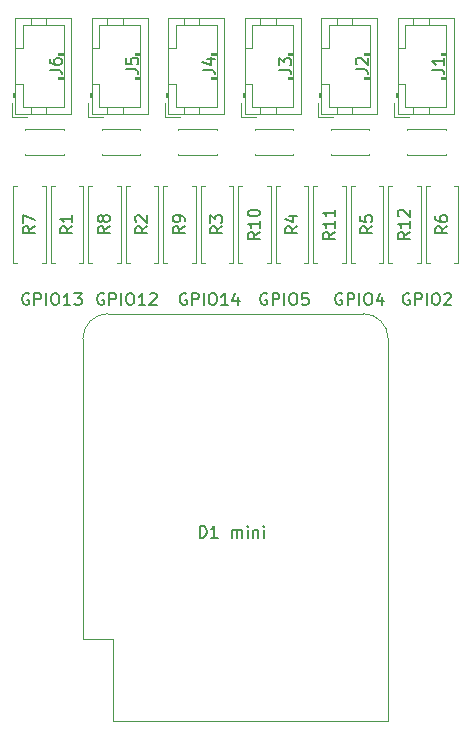
<source format=gbr>
%TF.GenerationSoftware,KiCad,Pcbnew,(5.1.9)-1*%
%TF.CreationDate,2021-04-06T17:35:40-04:00*%
%TF.ProjectId,button_box,62757474-6f6e-45f6-926f-782e6b696361,rev?*%
%TF.SameCoordinates,Original*%
%TF.FileFunction,Legend,Top*%
%TF.FilePolarity,Positive*%
%FSLAX46Y46*%
G04 Gerber Fmt 4.6, Leading zero omitted, Abs format (unit mm)*
G04 Created by KiCad (PCBNEW (5.1.9)-1) date 2021-04-06 17:35:40*
%MOMM*%
%LPD*%
G01*
G04 APERTURE LIST*
%ADD10C,0.150000*%
%ADD11C,0.120000*%
G04 APERTURE END LIST*
D10*
X106632619Y-98575000D02*
X106537380Y-98527380D01*
X106394523Y-98527380D01*
X106251666Y-98575000D01*
X106156428Y-98670238D01*
X106108809Y-98765476D01*
X106061190Y-98955952D01*
X106061190Y-99098809D01*
X106108809Y-99289285D01*
X106156428Y-99384523D01*
X106251666Y-99479761D01*
X106394523Y-99527380D01*
X106489761Y-99527380D01*
X106632619Y-99479761D01*
X106680238Y-99432142D01*
X106680238Y-99098809D01*
X106489761Y-99098809D01*
X107108809Y-99527380D02*
X107108809Y-98527380D01*
X107489761Y-98527380D01*
X107585000Y-98575000D01*
X107632619Y-98622619D01*
X107680238Y-98717857D01*
X107680238Y-98860714D01*
X107632619Y-98955952D01*
X107585000Y-99003571D01*
X107489761Y-99051190D01*
X107108809Y-99051190D01*
X108108809Y-99527380D02*
X108108809Y-98527380D01*
X108775476Y-98527380D02*
X108965952Y-98527380D01*
X109061190Y-98575000D01*
X109156428Y-98670238D01*
X109204047Y-98860714D01*
X109204047Y-99194047D01*
X109156428Y-99384523D01*
X109061190Y-99479761D01*
X108965952Y-99527380D01*
X108775476Y-99527380D01*
X108680238Y-99479761D01*
X108585000Y-99384523D01*
X108537380Y-99194047D01*
X108537380Y-98860714D01*
X108585000Y-98670238D01*
X108680238Y-98575000D01*
X108775476Y-98527380D01*
X110156428Y-99527380D02*
X109585000Y-99527380D01*
X109870714Y-99527380D02*
X109870714Y-98527380D01*
X109775476Y-98670238D01*
X109680238Y-98765476D01*
X109585000Y-98813095D01*
X110489761Y-98527380D02*
X111108809Y-98527380D01*
X110775476Y-98908333D01*
X110918333Y-98908333D01*
X111013571Y-98955952D01*
X111061190Y-99003571D01*
X111108809Y-99098809D01*
X111108809Y-99336904D01*
X111061190Y-99432142D01*
X111013571Y-99479761D01*
X110918333Y-99527380D01*
X110632619Y-99527380D01*
X110537380Y-99479761D01*
X110489761Y-99432142D01*
X112982619Y-98575000D02*
X112887380Y-98527380D01*
X112744523Y-98527380D01*
X112601666Y-98575000D01*
X112506428Y-98670238D01*
X112458809Y-98765476D01*
X112411190Y-98955952D01*
X112411190Y-99098809D01*
X112458809Y-99289285D01*
X112506428Y-99384523D01*
X112601666Y-99479761D01*
X112744523Y-99527380D01*
X112839761Y-99527380D01*
X112982619Y-99479761D01*
X113030238Y-99432142D01*
X113030238Y-99098809D01*
X112839761Y-99098809D01*
X113458809Y-99527380D02*
X113458809Y-98527380D01*
X113839761Y-98527380D01*
X113935000Y-98575000D01*
X113982619Y-98622619D01*
X114030238Y-98717857D01*
X114030238Y-98860714D01*
X113982619Y-98955952D01*
X113935000Y-99003571D01*
X113839761Y-99051190D01*
X113458809Y-99051190D01*
X114458809Y-99527380D02*
X114458809Y-98527380D01*
X115125476Y-98527380D02*
X115315952Y-98527380D01*
X115411190Y-98575000D01*
X115506428Y-98670238D01*
X115554047Y-98860714D01*
X115554047Y-99194047D01*
X115506428Y-99384523D01*
X115411190Y-99479761D01*
X115315952Y-99527380D01*
X115125476Y-99527380D01*
X115030238Y-99479761D01*
X114935000Y-99384523D01*
X114887380Y-99194047D01*
X114887380Y-98860714D01*
X114935000Y-98670238D01*
X115030238Y-98575000D01*
X115125476Y-98527380D01*
X116506428Y-99527380D02*
X115935000Y-99527380D01*
X116220714Y-99527380D02*
X116220714Y-98527380D01*
X116125476Y-98670238D01*
X116030238Y-98765476D01*
X115935000Y-98813095D01*
X116887380Y-98622619D02*
X116935000Y-98575000D01*
X117030238Y-98527380D01*
X117268333Y-98527380D01*
X117363571Y-98575000D01*
X117411190Y-98622619D01*
X117458809Y-98717857D01*
X117458809Y-98813095D01*
X117411190Y-98955952D01*
X116839761Y-99527380D01*
X117458809Y-99527380D01*
X119967619Y-98575000D02*
X119872380Y-98527380D01*
X119729523Y-98527380D01*
X119586666Y-98575000D01*
X119491428Y-98670238D01*
X119443809Y-98765476D01*
X119396190Y-98955952D01*
X119396190Y-99098809D01*
X119443809Y-99289285D01*
X119491428Y-99384523D01*
X119586666Y-99479761D01*
X119729523Y-99527380D01*
X119824761Y-99527380D01*
X119967619Y-99479761D01*
X120015238Y-99432142D01*
X120015238Y-99098809D01*
X119824761Y-99098809D01*
X120443809Y-99527380D02*
X120443809Y-98527380D01*
X120824761Y-98527380D01*
X120920000Y-98575000D01*
X120967619Y-98622619D01*
X121015238Y-98717857D01*
X121015238Y-98860714D01*
X120967619Y-98955952D01*
X120920000Y-99003571D01*
X120824761Y-99051190D01*
X120443809Y-99051190D01*
X121443809Y-99527380D02*
X121443809Y-98527380D01*
X122110476Y-98527380D02*
X122300952Y-98527380D01*
X122396190Y-98575000D01*
X122491428Y-98670238D01*
X122539047Y-98860714D01*
X122539047Y-99194047D01*
X122491428Y-99384523D01*
X122396190Y-99479761D01*
X122300952Y-99527380D01*
X122110476Y-99527380D01*
X122015238Y-99479761D01*
X121920000Y-99384523D01*
X121872380Y-99194047D01*
X121872380Y-98860714D01*
X121920000Y-98670238D01*
X122015238Y-98575000D01*
X122110476Y-98527380D01*
X123491428Y-99527380D02*
X122920000Y-99527380D01*
X123205714Y-99527380D02*
X123205714Y-98527380D01*
X123110476Y-98670238D01*
X123015238Y-98765476D01*
X122920000Y-98813095D01*
X124348571Y-98860714D02*
X124348571Y-99527380D01*
X124110476Y-98479761D02*
X123872380Y-99194047D01*
X124491428Y-99194047D01*
X126793809Y-98575000D02*
X126698571Y-98527380D01*
X126555714Y-98527380D01*
X126412857Y-98575000D01*
X126317619Y-98670238D01*
X126270000Y-98765476D01*
X126222380Y-98955952D01*
X126222380Y-99098809D01*
X126270000Y-99289285D01*
X126317619Y-99384523D01*
X126412857Y-99479761D01*
X126555714Y-99527380D01*
X126650952Y-99527380D01*
X126793809Y-99479761D01*
X126841428Y-99432142D01*
X126841428Y-99098809D01*
X126650952Y-99098809D01*
X127270000Y-99527380D02*
X127270000Y-98527380D01*
X127650952Y-98527380D01*
X127746190Y-98575000D01*
X127793809Y-98622619D01*
X127841428Y-98717857D01*
X127841428Y-98860714D01*
X127793809Y-98955952D01*
X127746190Y-99003571D01*
X127650952Y-99051190D01*
X127270000Y-99051190D01*
X128270000Y-99527380D02*
X128270000Y-98527380D01*
X128936666Y-98527380D02*
X129127142Y-98527380D01*
X129222380Y-98575000D01*
X129317619Y-98670238D01*
X129365238Y-98860714D01*
X129365238Y-99194047D01*
X129317619Y-99384523D01*
X129222380Y-99479761D01*
X129127142Y-99527380D01*
X128936666Y-99527380D01*
X128841428Y-99479761D01*
X128746190Y-99384523D01*
X128698571Y-99194047D01*
X128698571Y-98860714D01*
X128746190Y-98670238D01*
X128841428Y-98575000D01*
X128936666Y-98527380D01*
X130270000Y-98527380D02*
X129793809Y-98527380D01*
X129746190Y-99003571D01*
X129793809Y-98955952D01*
X129889047Y-98908333D01*
X130127142Y-98908333D01*
X130222380Y-98955952D01*
X130270000Y-99003571D01*
X130317619Y-99098809D01*
X130317619Y-99336904D01*
X130270000Y-99432142D01*
X130222380Y-99479761D01*
X130127142Y-99527380D01*
X129889047Y-99527380D01*
X129793809Y-99479761D01*
X129746190Y-99432142D01*
X133143809Y-98575000D02*
X133048571Y-98527380D01*
X132905714Y-98527380D01*
X132762857Y-98575000D01*
X132667619Y-98670238D01*
X132620000Y-98765476D01*
X132572380Y-98955952D01*
X132572380Y-99098809D01*
X132620000Y-99289285D01*
X132667619Y-99384523D01*
X132762857Y-99479761D01*
X132905714Y-99527380D01*
X133000952Y-99527380D01*
X133143809Y-99479761D01*
X133191428Y-99432142D01*
X133191428Y-99098809D01*
X133000952Y-99098809D01*
X133620000Y-99527380D02*
X133620000Y-98527380D01*
X134000952Y-98527380D01*
X134096190Y-98575000D01*
X134143809Y-98622619D01*
X134191428Y-98717857D01*
X134191428Y-98860714D01*
X134143809Y-98955952D01*
X134096190Y-99003571D01*
X134000952Y-99051190D01*
X133620000Y-99051190D01*
X134620000Y-99527380D02*
X134620000Y-98527380D01*
X135286666Y-98527380D02*
X135477142Y-98527380D01*
X135572380Y-98575000D01*
X135667619Y-98670238D01*
X135715238Y-98860714D01*
X135715238Y-99194047D01*
X135667619Y-99384523D01*
X135572380Y-99479761D01*
X135477142Y-99527380D01*
X135286666Y-99527380D01*
X135191428Y-99479761D01*
X135096190Y-99384523D01*
X135048571Y-99194047D01*
X135048571Y-98860714D01*
X135096190Y-98670238D01*
X135191428Y-98575000D01*
X135286666Y-98527380D01*
X136572380Y-98860714D02*
X136572380Y-99527380D01*
X136334285Y-98479761D02*
X136096190Y-99194047D01*
X136715238Y-99194047D01*
X138858809Y-98575000D02*
X138763571Y-98527380D01*
X138620714Y-98527380D01*
X138477857Y-98575000D01*
X138382619Y-98670238D01*
X138335000Y-98765476D01*
X138287380Y-98955952D01*
X138287380Y-99098809D01*
X138335000Y-99289285D01*
X138382619Y-99384523D01*
X138477857Y-99479761D01*
X138620714Y-99527380D01*
X138715952Y-99527380D01*
X138858809Y-99479761D01*
X138906428Y-99432142D01*
X138906428Y-99098809D01*
X138715952Y-99098809D01*
X139335000Y-99527380D02*
X139335000Y-98527380D01*
X139715952Y-98527380D01*
X139811190Y-98575000D01*
X139858809Y-98622619D01*
X139906428Y-98717857D01*
X139906428Y-98860714D01*
X139858809Y-98955952D01*
X139811190Y-99003571D01*
X139715952Y-99051190D01*
X139335000Y-99051190D01*
X140335000Y-99527380D02*
X140335000Y-98527380D01*
X141001666Y-98527380D02*
X141192142Y-98527380D01*
X141287380Y-98575000D01*
X141382619Y-98670238D01*
X141430238Y-98860714D01*
X141430238Y-99194047D01*
X141382619Y-99384523D01*
X141287380Y-99479761D01*
X141192142Y-99527380D01*
X141001666Y-99527380D01*
X140906428Y-99479761D01*
X140811190Y-99384523D01*
X140763571Y-99194047D01*
X140763571Y-98860714D01*
X140811190Y-98670238D01*
X140906428Y-98575000D01*
X141001666Y-98527380D01*
X141811190Y-98622619D02*
X141858809Y-98575000D01*
X141954047Y-98527380D01*
X142192142Y-98527380D01*
X142287380Y-98575000D01*
X142335000Y-98622619D01*
X142382619Y-98717857D01*
X142382619Y-98813095D01*
X142335000Y-98955952D01*
X141763571Y-99527380D01*
X142382619Y-99527380D01*
X121110714Y-119212380D02*
X121110714Y-118212380D01*
X121348809Y-118212380D01*
X121491666Y-118260000D01*
X121586904Y-118355238D01*
X121634523Y-118450476D01*
X121682142Y-118640952D01*
X121682142Y-118783809D01*
X121634523Y-118974285D01*
X121586904Y-119069523D01*
X121491666Y-119164761D01*
X121348809Y-119212380D01*
X121110714Y-119212380D01*
X122634523Y-119212380D02*
X122063095Y-119212380D01*
X122348809Y-119212380D02*
X122348809Y-118212380D01*
X122253571Y-118355238D01*
X122158333Y-118450476D01*
X122063095Y-118498095D01*
X123825000Y-119212380D02*
X123825000Y-118545714D01*
X123825000Y-118640952D02*
X123872619Y-118593333D01*
X123967857Y-118545714D01*
X124110714Y-118545714D01*
X124205952Y-118593333D01*
X124253571Y-118688571D01*
X124253571Y-119212380D01*
X124253571Y-118688571D02*
X124301190Y-118593333D01*
X124396428Y-118545714D01*
X124539285Y-118545714D01*
X124634523Y-118593333D01*
X124682142Y-118688571D01*
X124682142Y-119212380D01*
X125158333Y-119212380D02*
X125158333Y-118545714D01*
X125158333Y-118212380D02*
X125110714Y-118260000D01*
X125158333Y-118307619D01*
X125205952Y-118260000D01*
X125158333Y-118212380D01*
X125158333Y-118307619D01*
X125634523Y-118545714D02*
X125634523Y-119212380D01*
X125634523Y-118640952D02*
X125682142Y-118593333D01*
X125777380Y-118545714D01*
X125920238Y-118545714D01*
X126015476Y-118593333D01*
X126063095Y-118688571D01*
X126063095Y-119212380D01*
X126539285Y-119212380D02*
X126539285Y-118545714D01*
X126539285Y-118212380D02*
X126491666Y-118260000D01*
X126539285Y-118307619D01*
X126586904Y-118260000D01*
X126539285Y-118212380D01*
X126539285Y-118307619D01*
D11*
%TO.C,U1*%
X113750000Y-134720000D02*
X137070000Y-134720000D01*
X111210000Y-127820000D02*
X111210000Y-102390000D01*
X137070000Y-134720000D02*
X137070000Y-102390000D01*
X134950000Y-100260000D02*
X113340000Y-100260000D01*
X111210000Y-127820000D02*
X113750000Y-127820000D01*
X113750000Y-127820000D02*
X113750000Y-134720000D01*
X111210000Y-102390000D02*
G75*
G02*
X113340000Y-100260000I2130000J0D01*
G01*
X134940000Y-100260000D02*
G75*
G02*
X137070000Y-102390000I0J-2130000D01*
G01*
%TO.C,R3*%
X123925000Y-89440000D02*
X123595000Y-89440000D01*
X123925000Y-95980000D02*
X123925000Y-89440000D01*
X123595000Y-95980000D02*
X123925000Y-95980000D01*
X121185000Y-89440000D02*
X121515000Y-89440000D01*
X121185000Y-95980000D02*
X121185000Y-89440000D01*
X121515000Y-95980000D02*
X121185000Y-95980000D01*
%TO.C,C1*%
X106350000Y-84605000D02*
X109590000Y-84605000D01*
X106350000Y-86845000D02*
X109590000Y-86845000D01*
X106350000Y-84605000D02*
X106350000Y-84670000D01*
X106350000Y-86780000D02*
X106350000Y-86845000D01*
X109590000Y-84605000D02*
X109590000Y-84670000D01*
X109590000Y-86780000D02*
X109590000Y-86845000D01*
%TO.C,C2*%
X116059000Y-86780000D02*
X116059000Y-86845000D01*
X116059000Y-84605000D02*
X116059000Y-84670000D01*
X112819000Y-86780000D02*
X112819000Y-86845000D01*
X112819000Y-84605000D02*
X112819000Y-84670000D01*
X112819000Y-86845000D02*
X116059000Y-86845000D01*
X112819000Y-84605000D02*
X116059000Y-84605000D01*
%TO.C,C3*%
X122528000Y-86780000D02*
X122528000Y-86845000D01*
X122528000Y-84605000D02*
X122528000Y-84670000D01*
X119288000Y-86780000D02*
X119288000Y-86845000D01*
X119288000Y-84605000D02*
X119288000Y-84670000D01*
X119288000Y-86845000D02*
X122528000Y-86845000D01*
X119288000Y-84605000D02*
X122528000Y-84605000D01*
%TO.C,C4*%
X125757000Y-84605000D02*
X128997000Y-84605000D01*
X125757000Y-86845000D02*
X128997000Y-86845000D01*
X125757000Y-84605000D02*
X125757000Y-84670000D01*
X125757000Y-86780000D02*
X125757000Y-86845000D01*
X128997000Y-84605000D02*
X128997000Y-84670000D01*
X128997000Y-86780000D02*
X128997000Y-86845000D01*
%TO.C,C5*%
X135466000Y-86780000D02*
X135466000Y-86845000D01*
X135466000Y-84605000D02*
X135466000Y-84670000D01*
X132226000Y-86780000D02*
X132226000Y-86845000D01*
X132226000Y-84605000D02*
X132226000Y-84670000D01*
X132226000Y-86845000D02*
X135466000Y-86845000D01*
X132226000Y-84605000D02*
X135466000Y-84605000D01*
%TO.C,C6*%
X138695000Y-84605000D02*
X141935000Y-84605000D01*
X138695000Y-86845000D02*
X141935000Y-86845000D01*
X138695000Y-84605000D02*
X138695000Y-84670000D01*
X138695000Y-86780000D02*
X138695000Y-86845000D01*
X141935000Y-84605000D02*
X141935000Y-84670000D01*
X141935000Y-86780000D02*
X141935000Y-86845000D01*
%TO.C,J1*%
X137590000Y-83640000D02*
X138840000Y-83640000D01*
X137590000Y-82390000D02*
X137590000Y-83640000D01*
X142000000Y-78280000D02*
X141500000Y-78280000D01*
X141500000Y-78180000D02*
X142000000Y-78180000D01*
X141500000Y-78380000D02*
X141500000Y-78180000D01*
X142000000Y-78380000D02*
X141500000Y-78380000D01*
X142000000Y-80280000D02*
X141500000Y-80280000D01*
X141500000Y-80180000D02*
X142000000Y-80180000D01*
X141500000Y-80380000D02*
X141500000Y-80180000D01*
X142000000Y-80380000D02*
X141500000Y-80380000D01*
X140500000Y-75220000D02*
X140500000Y-75830000D01*
X139200000Y-75220000D02*
X139200000Y-75830000D01*
X140500000Y-83340000D02*
X140500000Y-82730000D01*
X139200000Y-83340000D02*
X139200000Y-82730000D01*
X138500000Y-77780000D02*
X137890000Y-77780000D01*
X138500000Y-75830000D02*
X138500000Y-77780000D01*
X142000000Y-75830000D02*
X138500000Y-75830000D01*
X142000000Y-82730000D02*
X142000000Y-75830000D01*
X138500000Y-82730000D02*
X142000000Y-82730000D01*
X138500000Y-80780000D02*
X138500000Y-82730000D01*
X137890000Y-80780000D02*
X138500000Y-80780000D01*
X137790000Y-81580000D02*
X137790000Y-81880000D01*
X137690000Y-81880000D02*
X137890000Y-81880000D01*
X137690000Y-81580000D02*
X137690000Y-81880000D01*
X137890000Y-81580000D02*
X137690000Y-81580000D01*
X137890000Y-75220000D02*
X137890000Y-83340000D01*
X142610000Y-75220000D02*
X137890000Y-75220000D01*
X142610000Y-83340000D02*
X142610000Y-75220000D01*
X137890000Y-83340000D02*
X142610000Y-83340000D01*
%TO.C,J2*%
X131413000Y-83340000D02*
X136133000Y-83340000D01*
X136133000Y-83340000D02*
X136133000Y-75220000D01*
X136133000Y-75220000D02*
X131413000Y-75220000D01*
X131413000Y-75220000D02*
X131413000Y-83340000D01*
X131413000Y-81580000D02*
X131213000Y-81580000D01*
X131213000Y-81580000D02*
X131213000Y-81880000D01*
X131213000Y-81880000D02*
X131413000Y-81880000D01*
X131313000Y-81580000D02*
X131313000Y-81880000D01*
X131413000Y-80780000D02*
X132023000Y-80780000D01*
X132023000Y-80780000D02*
X132023000Y-82730000D01*
X132023000Y-82730000D02*
X135523000Y-82730000D01*
X135523000Y-82730000D02*
X135523000Y-75830000D01*
X135523000Y-75830000D02*
X132023000Y-75830000D01*
X132023000Y-75830000D02*
X132023000Y-77780000D01*
X132023000Y-77780000D02*
X131413000Y-77780000D01*
X132723000Y-83340000D02*
X132723000Y-82730000D01*
X134023000Y-83340000D02*
X134023000Y-82730000D01*
X132723000Y-75220000D02*
X132723000Y-75830000D01*
X134023000Y-75220000D02*
X134023000Y-75830000D01*
X135523000Y-80380000D02*
X135023000Y-80380000D01*
X135023000Y-80380000D02*
X135023000Y-80180000D01*
X135023000Y-80180000D02*
X135523000Y-80180000D01*
X135523000Y-80280000D02*
X135023000Y-80280000D01*
X135523000Y-78380000D02*
X135023000Y-78380000D01*
X135023000Y-78380000D02*
X135023000Y-78180000D01*
X135023000Y-78180000D02*
X135523000Y-78180000D01*
X135523000Y-78280000D02*
X135023000Y-78280000D01*
X131113000Y-82390000D02*
X131113000Y-83640000D01*
X131113000Y-83640000D02*
X132363000Y-83640000D01*
%TO.C,J3*%
X124636000Y-83640000D02*
X125886000Y-83640000D01*
X124636000Y-82390000D02*
X124636000Y-83640000D01*
X129046000Y-78280000D02*
X128546000Y-78280000D01*
X128546000Y-78180000D02*
X129046000Y-78180000D01*
X128546000Y-78380000D02*
X128546000Y-78180000D01*
X129046000Y-78380000D02*
X128546000Y-78380000D01*
X129046000Y-80280000D02*
X128546000Y-80280000D01*
X128546000Y-80180000D02*
X129046000Y-80180000D01*
X128546000Y-80380000D02*
X128546000Y-80180000D01*
X129046000Y-80380000D02*
X128546000Y-80380000D01*
X127546000Y-75220000D02*
X127546000Y-75830000D01*
X126246000Y-75220000D02*
X126246000Y-75830000D01*
X127546000Y-83340000D02*
X127546000Y-82730000D01*
X126246000Y-83340000D02*
X126246000Y-82730000D01*
X125546000Y-77780000D02*
X124936000Y-77780000D01*
X125546000Y-75830000D02*
X125546000Y-77780000D01*
X129046000Y-75830000D02*
X125546000Y-75830000D01*
X129046000Y-82730000D02*
X129046000Y-75830000D01*
X125546000Y-82730000D02*
X129046000Y-82730000D01*
X125546000Y-80780000D02*
X125546000Y-82730000D01*
X124936000Y-80780000D02*
X125546000Y-80780000D01*
X124836000Y-81580000D02*
X124836000Y-81880000D01*
X124736000Y-81880000D02*
X124936000Y-81880000D01*
X124736000Y-81580000D02*
X124736000Y-81880000D01*
X124936000Y-81580000D02*
X124736000Y-81580000D01*
X124936000Y-75220000D02*
X124936000Y-83340000D01*
X129656000Y-75220000D02*
X124936000Y-75220000D01*
X129656000Y-83340000D02*
X129656000Y-75220000D01*
X124936000Y-83340000D02*
X129656000Y-83340000D01*
%TO.C,J4*%
X118459000Y-83340000D02*
X123179000Y-83340000D01*
X123179000Y-83340000D02*
X123179000Y-75220000D01*
X123179000Y-75220000D02*
X118459000Y-75220000D01*
X118459000Y-75220000D02*
X118459000Y-83340000D01*
X118459000Y-81580000D02*
X118259000Y-81580000D01*
X118259000Y-81580000D02*
X118259000Y-81880000D01*
X118259000Y-81880000D02*
X118459000Y-81880000D01*
X118359000Y-81580000D02*
X118359000Y-81880000D01*
X118459000Y-80780000D02*
X119069000Y-80780000D01*
X119069000Y-80780000D02*
X119069000Y-82730000D01*
X119069000Y-82730000D02*
X122569000Y-82730000D01*
X122569000Y-82730000D02*
X122569000Y-75830000D01*
X122569000Y-75830000D02*
X119069000Y-75830000D01*
X119069000Y-75830000D02*
X119069000Y-77780000D01*
X119069000Y-77780000D02*
X118459000Y-77780000D01*
X119769000Y-83340000D02*
X119769000Y-82730000D01*
X121069000Y-83340000D02*
X121069000Y-82730000D01*
X119769000Y-75220000D02*
X119769000Y-75830000D01*
X121069000Y-75220000D02*
X121069000Y-75830000D01*
X122569000Y-80380000D02*
X122069000Y-80380000D01*
X122069000Y-80380000D02*
X122069000Y-80180000D01*
X122069000Y-80180000D02*
X122569000Y-80180000D01*
X122569000Y-80280000D02*
X122069000Y-80280000D01*
X122569000Y-78380000D02*
X122069000Y-78380000D01*
X122069000Y-78380000D02*
X122069000Y-78180000D01*
X122069000Y-78180000D02*
X122569000Y-78180000D01*
X122569000Y-78280000D02*
X122069000Y-78280000D01*
X118159000Y-82390000D02*
X118159000Y-83640000D01*
X118159000Y-83640000D02*
X119409000Y-83640000D01*
%TO.C,J5*%
X111682000Y-83640000D02*
X112932000Y-83640000D01*
X111682000Y-82390000D02*
X111682000Y-83640000D01*
X116092000Y-78280000D02*
X115592000Y-78280000D01*
X115592000Y-78180000D02*
X116092000Y-78180000D01*
X115592000Y-78380000D02*
X115592000Y-78180000D01*
X116092000Y-78380000D02*
X115592000Y-78380000D01*
X116092000Y-80280000D02*
X115592000Y-80280000D01*
X115592000Y-80180000D02*
X116092000Y-80180000D01*
X115592000Y-80380000D02*
X115592000Y-80180000D01*
X116092000Y-80380000D02*
X115592000Y-80380000D01*
X114592000Y-75220000D02*
X114592000Y-75830000D01*
X113292000Y-75220000D02*
X113292000Y-75830000D01*
X114592000Y-83340000D02*
X114592000Y-82730000D01*
X113292000Y-83340000D02*
X113292000Y-82730000D01*
X112592000Y-77780000D02*
X111982000Y-77780000D01*
X112592000Y-75830000D02*
X112592000Y-77780000D01*
X116092000Y-75830000D02*
X112592000Y-75830000D01*
X116092000Y-82730000D02*
X116092000Y-75830000D01*
X112592000Y-82730000D02*
X116092000Y-82730000D01*
X112592000Y-80780000D02*
X112592000Y-82730000D01*
X111982000Y-80780000D02*
X112592000Y-80780000D01*
X111882000Y-81580000D02*
X111882000Y-81880000D01*
X111782000Y-81880000D02*
X111982000Y-81880000D01*
X111782000Y-81580000D02*
X111782000Y-81880000D01*
X111982000Y-81580000D02*
X111782000Y-81580000D01*
X111982000Y-75220000D02*
X111982000Y-83340000D01*
X116702000Y-75220000D02*
X111982000Y-75220000D01*
X116702000Y-83340000D02*
X116702000Y-75220000D01*
X111982000Y-83340000D02*
X116702000Y-83340000D01*
%TO.C,J6*%
X105505000Y-83340000D02*
X110225000Y-83340000D01*
X110225000Y-83340000D02*
X110225000Y-75220000D01*
X110225000Y-75220000D02*
X105505000Y-75220000D01*
X105505000Y-75220000D02*
X105505000Y-83340000D01*
X105505000Y-81580000D02*
X105305000Y-81580000D01*
X105305000Y-81580000D02*
X105305000Y-81880000D01*
X105305000Y-81880000D02*
X105505000Y-81880000D01*
X105405000Y-81580000D02*
X105405000Y-81880000D01*
X105505000Y-80780000D02*
X106115000Y-80780000D01*
X106115000Y-80780000D02*
X106115000Y-82730000D01*
X106115000Y-82730000D02*
X109615000Y-82730000D01*
X109615000Y-82730000D02*
X109615000Y-75830000D01*
X109615000Y-75830000D02*
X106115000Y-75830000D01*
X106115000Y-75830000D02*
X106115000Y-77780000D01*
X106115000Y-77780000D02*
X105505000Y-77780000D01*
X106815000Y-83340000D02*
X106815000Y-82730000D01*
X108115000Y-83340000D02*
X108115000Y-82730000D01*
X106815000Y-75220000D02*
X106815000Y-75830000D01*
X108115000Y-75220000D02*
X108115000Y-75830000D01*
X109615000Y-80380000D02*
X109115000Y-80380000D01*
X109115000Y-80380000D02*
X109115000Y-80180000D01*
X109115000Y-80180000D02*
X109615000Y-80180000D01*
X109615000Y-80280000D02*
X109115000Y-80280000D01*
X109615000Y-78380000D02*
X109115000Y-78380000D01*
X109115000Y-78380000D02*
X109115000Y-78180000D01*
X109115000Y-78180000D02*
X109615000Y-78180000D01*
X109615000Y-78280000D02*
X109115000Y-78280000D01*
X105205000Y-82390000D02*
X105205000Y-83640000D01*
X105205000Y-83640000D02*
X106455000Y-83640000D01*
%TO.C,R1*%
X111225000Y-89440000D02*
X110895000Y-89440000D01*
X111225000Y-95980000D02*
X111225000Y-89440000D01*
X110895000Y-95980000D02*
X111225000Y-95980000D01*
X108485000Y-89440000D02*
X108815000Y-89440000D01*
X108485000Y-95980000D02*
X108485000Y-89440000D01*
X108815000Y-95980000D02*
X108485000Y-95980000D01*
%TO.C,R2*%
X115165000Y-95980000D02*
X114835000Y-95980000D01*
X114835000Y-95980000D02*
X114835000Y-89440000D01*
X114835000Y-89440000D02*
X115165000Y-89440000D01*
X117245000Y-95980000D02*
X117575000Y-95980000D01*
X117575000Y-95980000D02*
X117575000Y-89440000D01*
X117575000Y-89440000D02*
X117245000Y-89440000D01*
%TO.C,R4*%
X127865000Y-95980000D02*
X127535000Y-95980000D01*
X127535000Y-95980000D02*
X127535000Y-89440000D01*
X127535000Y-89440000D02*
X127865000Y-89440000D01*
X129945000Y-95980000D02*
X130275000Y-95980000D01*
X130275000Y-95980000D02*
X130275000Y-89440000D01*
X130275000Y-89440000D02*
X129945000Y-89440000D01*
%TO.C,R5*%
X136625000Y-89440000D02*
X136295000Y-89440000D01*
X136625000Y-95980000D02*
X136625000Y-89440000D01*
X136295000Y-95980000D02*
X136625000Y-95980000D01*
X133885000Y-89440000D02*
X134215000Y-89440000D01*
X133885000Y-95980000D02*
X133885000Y-89440000D01*
X134215000Y-95980000D02*
X133885000Y-95980000D01*
%TO.C,R6*%
X140565000Y-95980000D02*
X140235000Y-95980000D01*
X140235000Y-95980000D02*
X140235000Y-89440000D01*
X140235000Y-89440000D02*
X140565000Y-89440000D01*
X142645000Y-95980000D02*
X142975000Y-95980000D01*
X142975000Y-95980000D02*
X142975000Y-89440000D01*
X142975000Y-89440000D02*
X142645000Y-89440000D01*
%TO.C,R7*%
X105310000Y-95980000D02*
X105640000Y-95980000D01*
X105310000Y-89440000D02*
X105310000Y-95980000D01*
X105640000Y-89440000D02*
X105310000Y-89440000D01*
X108050000Y-95980000D02*
X107720000Y-95980000D01*
X108050000Y-89440000D02*
X108050000Y-95980000D01*
X107720000Y-89440000D02*
X108050000Y-89440000D01*
%TO.C,R8*%
X114070000Y-89440000D02*
X114400000Y-89440000D01*
X114400000Y-89440000D02*
X114400000Y-95980000D01*
X114400000Y-95980000D02*
X114070000Y-95980000D01*
X111990000Y-89440000D02*
X111660000Y-89440000D01*
X111660000Y-89440000D02*
X111660000Y-95980000D01*
X111660000Y-95980000D02*
X111990000Y-95980000D01*
%TO.C,R9*%
X118010000Y-95980000D02*
X118340000Y-95980000D01*
X118010000Y-89440000D02*
X118010000Y-95980000D01*
X118340000Y-89440000D02*
X118010000Y-89440000D01*
X120750000Y-95980000D02*
X120420000Y-95980000D01*
X120750000Y-89440000D02*
X120750000Y-95980000D01*
X120420000Y-89440000D02*
X120750000Y-89440000D01*
%TO.C,R10*%
X126770000Y-89440000D02*
X127100000Y-89440000D01*
X127100000Y-89440000D02*
X127100000Y-95980000D01*
X127100000Y-95980000D02*
X126770000Y-95980000D01*
X124690000Y-89440000D02*
X124360000Y-89440000D01*
X124360000Y-89440000D02*
X124360000Y-95980000D01*
X124360000Y-95980000D02*
X124690000Y-95980000D01*
%TO.C,R11*%
X130710000Y-95980000D02*
X131040000Y-95980000D01*
X130710000Y-89440000D02*
X130710000Y-95980000D01*
X131040000Y-89440000D02*
X130710000Y-89440000D01*
X133450000Y-95980000D02*
X133120000Y-95980000D01*
X133450000Y-89440000D02*
X133450000Y-95980000D01*
X133120000Y-89440000D02*
X133450000Y-89440000D01*
%TO.C,R12*%
X139470000Y-89440000D02*
X139800000Y-89440000D01*
X139800000Y-89440000D02*
X139800000Y-95980000D01*
X139800000Y-95980000D02*
X139470000Y-95980000D01*
X137390000Y-89440000D02*
X137060000Y-89440000D01*
X137060000Y-89440000D02*
X137060000Y-95980000D01*
X137060000Y-95980000D02*
X137390000Y-95980000D01*
%TO.C,R3*%
D10*
X123007380Y-92876666D02*
X122531190Y-93210000D01*
X123007380Y-93448095D02*
X122007380Y-93448095D01*
X122007380Y-93067142D01*
X122055000Y-92971904D01*
X122102619Y-92924285D01*
X122197857Y-92876666D01*
X122340714Y-92876666D01*
X122435952Y-92924285D01*
X122483571Y-92971904D01*
X122531190Y-93067142D01*
X122531190Y-93448095D01*
X122007380Y-92543333D02*
X122007380Y-91924285D01*
X122388333Y-92257619D01*
X122388333Y-92114761D01*
X122435952Y-92019523D01*
X122483571Y-91971904D01*
X122578809Y-91924285D01*
X122816904Y-91924285D01*
X122912142Y-91971904D01*
X122959761Y-92019523D01*
X123007380Y-92114761D01*
X123007380Y-92400476D01*
X122959761Y-92495714D01*
X122912142Y-92543333D01*
%TO.C,J1*%
X140803380Y-79613333D02*
X141517666Y-79613333D01*
X141660523Y-79660952D01*
X141755761Y-79756190D01*
X141803380Y-79899047D01*
X141803380Y-79994285D01*
X141803380Y-78613333D02*
X141803380Y-79184761D01*
X141803380Y-78899047D02*
X140803380Y-78899047D01*
X140946238Y-78994285D01*
X141041476Y-79089523D01*
X141089095Y-79184761D01*
%TO.C,J2*%
X134326380Y-79581333D02*
X135040666Y-79581333D01*
X135183523Y-79628952D01*
X135278761Y-79724190D01*
X135326380Y-79867047D01*
X135326380Y-79962285D01*
X134421619Y-79152761D02*
X134374000Y-79105142D01*
X134326380Y-79009904D01*
X134326380Y-78771809D01*
X134374000Y-78676571D01*
X134421619Y-78628952D01*
X134516857Y-78581333D01*
X134612095Y-78581333D01*
X134754952Y-78628952D01*
X135326380Y-79200380D01*
X135326380Y-78581333D01*
%TO.C,J3*%
X127849380Y-79613333D02*
X128563666Y-79613333D01*
X128706523Y-79660952D01*
X128801761Y-79756190D01*
X128849380Y-79899047D01*
X128849380Y-79994285D01*
X127849380Y-79232380D02*
X127849380Y-78613333D01*
X128230333Y-78946666D01*
X128230333Y-78803809D01*
X128277952Y-78708571D01*
X128325571Y-78660952D01*
X128420809Y-78613333D01*
X128658904Y-78613333D01*
X128754142Y-78660952D01*
X128801761Y-78708571D01*
X128849380Y-78803809D01*
X128849380Y-79089523D01*
X128801761Y-79184761D01*
X128754142Y-79232380D01*
%TO.C,J4*%
X121372380Y-79613333D02*
X122086666Y-79613333D01*
X122229523Y-79660952D01*
X122324761Y-79756190D01*
X122372380Y-79899047D01*
X122372380Y-79994285D01*
X121705714Y-78708571D02*
X122372380Y-78708571D01*
X121324761Y-78946666D02*
X122039047Y-79184761D01*
X122039047Y-78565714D01*
%TO.C,J5*%
X114895380Y-79581333D02*
X115609666Y-79581333D01*
X115752523Y-79628952D01*
X115847761Y-79724190D01*
X115895380Y-79867047D01*
X115895380Y-79962285D01*
X114895380Y-78628952D02*
X114895380Y-79105142D01*
X115371571Y-79152761D01*
X115323952Y-79105142D01*
X115276333Y-79009904D01*
X115276333Y-78771809D01*
X115323952Y-78676571D01*
X115371571Y-78628952D01*
X115466809Y-78581333D01*
X115704904Y-78581333D01*
X115800142Y-78628952D01*
X115847761Y-78676571D01*
X115895380Y-78771809D01*
X115895380Y-79009904D01*
X115847761Y-79105142D01*
X115800142Y-79152761D01*
%TO.C,J6*%
X108418380Y-79613333D02*
X109132666Y-79613333D01*
X109275523Y-79660952D01*
X109370761Y-79756190D01*
X109418380Y-79899047D01*
X109418380Y-79994285D01*
X108418380Y-78708571D02*
X108418380Y-78899047D01*
X108466000Y-78994285D01*
X108513619Y-79041904D01*
X108656476Y-79137142D01*
X108846952Y-79184761D01*
X109227904Y-79184761D01*
X109323142Y-79137142D01*
X109370761Y-79089523D01*
X109418380Y-78994285D01*
X109418380Y-78803809D01*
X109370761Y-78708571D01*
X109323142Y-78660952D01*
X109227904Y-78613333D01*
X108989809Y-78613333D01*
X108894571Y-78660952D01*
X108846952Y-78708571D01*
X108799333Y-78803809D01*
X108799333Y-78994285D01*
X108846952Y-79089523D01*
X108894571Y-79137142D01*
X108989809Y-79184761D01*
%TO.C,R1*%
X110307380Y-92876666D02*
X109831190Y-93210000D01*
X110307380Y-93448095D02*
X109307380Y-93448095D01*
X109307380Y-93067142D01*
X109355000Y-92971904D01*
X109402619Y-92924285D01*
X109497857Y-92876666D01*
X109640714Y-92876666D01*
X109735952Y-92924285D01*
X109783571Y-92971904D01*
X109831190Y-93067142D01*
X109831190Y-93448095D01*
X110307380Y-91924285D02*
X110307380Y-92495714D01*
X110307380Y-92210000D02*
X109307380Y-92210000D01*
X109450238Y-92305238D01*
X109545476Y-92400476D01*
X109593095Y-92495714D01*
%TO.C,R2*%
X116657380Y-92876666D02*
X116181190Y-93210000D01*
X116657380Y-93448095D02*
X115657380Y-93448095D01*
X115657380Y-93067142D01*
X115705000Y-92971904D01*
X115752619Y-92924285D01*
X115847857Y-92876666D01*
X115990714Y-92876666D01*
X116085952Y-92924285D01*
X116133571Y-92971904D01*
X116181190Y-93067142D01*
X116181190Y-93448095D01*
X115752619Y-92495714D02*
X115705000Y-92448095D01*
X115657380Y-92352857D01*
X115657380Y-92114761D01*
X115705000Y-92019523D01*
X115752619Y-91971904D01*
X115847857Y-91924285D01*
X115943095Y-91924285D01*
X116085952Y-91971904D01*
X116657380Y-92543333D01*
X116657380Y-91924285D01*
%TO.C,R4*%
X129357380Y-92876666D02*
X128881190Y-93210000D01*
X129357380Y-93448095D02*
X128357380Y-93448095D01*
X128357380Y-93067142D01*
X128405000Y-92971904D01*
X128452619Y-92924285D01*
X128547857Y-92876666D01*
X128690714Y-92876666D01*
X128785952Y-92924285D01*
X128833571Y-92971904D01*
X128881190Y-93067142D01*
X128881190Y-93448095D01*
X128690714Y-92019523D02*
X129357380Y-92019523D01*
X128309761Y-92257619D02*
X129024047Y-92495714D01*
X129024047Y-91876666D01*
%TO.C,R5*%
X135707380Y-92876666D02*
X135231190Y-93210000D01*
X135707380Y-93448095D02*
X134707380Y-93448095D01*
X134707380Y-93067142D01*
X134755000Y-92971904D01*
X134802619Y-92924285D01*
X134897857Y-92876666D01*
X135040714Y-92876666D01*
X135135952Y-92924285D01*
X135183571Y-92971904D01*
X135231190Y-93067142D01*
X135231190Y-93448095D01*
X134707380Y-91971904D02*
X134707380Y-92448095D01*
X135183571Y-92495714D01*
X135135952Y-92448095D01*
X135088333Y-92352857D01*
X135088333Y-92114761D01*
X135135952Y-92019523D01*
X135183571Y-91971904D01*
X135278809Y-91924285D01*
X135516904Y-91924285D01*
X135612142Y-91971904D01*
X135659761Y-92019523D01*
X135707380Y-92114761D01*
X135707380Y-92352857D01*
X135659761Y-92448095D01*
X135612142Y-92495714D01*
%TO.C,R6*%
X142057380Y-92876666D02*
X141581190Y-93210000D01*
X142057380Y-93448095D02*
X141057380Y-93448095D01*
X141057380Y-93067142D01*
X141105000Y-92971904D01*
X141152619Y-92924285D01*
X141247857Y-92876666D01*
X141390714Y-92876666D01*
X141485952Y-92924285D01*
X141533571Y-92971904D01*
X141581190Y-93067142D01*
X141581190Y-93448095D01*
X141057380Y-92019523D02*
X141057380Y-92210000D01*
X141105000Y-92305238D01*
X141152619Y-92352857D01*
X141295476Y-92448095D01*
X141485952Y-92495714D01*
X141866904Y-92495714D01*
X141962142Y-92448095D01*
X142009761Y-92400476D01*
X142057380Y-92305238D01*
X142057380Y-92114761D01*
X142009761Y-92019523D01*
X141962142Y-91971904D01*
X141866904Y-91924285D01*
X141628809Y-91924285D01*
X141533571Y-91971904D01*
X141485952Y-92019523D01*
X141438333Y-92114761D01*
X141438333Y-92305238D01*
X141485952Y-92400476D01*
X141533571Y-92448095D01*
X141628809Y-92495714D01*
%TO.C,R7*%
X107132380Y-92876666D02*
X106656190Y-93210000D01*
X107132380Y-93448095D02*
X106132380Y-93448095D01*
X106132380Y-93067142D01*
X106180000Y-92971904D01*
X106227619Y-92924285D01*
X106322857Y-92876666D01*
X106465714Y-92876666D01*
X106560952Y-92924285D01*
X106608571Y-92971904D01*
X106656190Y-93067142D01*
X106656190Y-93448095D01*
X106132380Y-92543333D02*
X106132380Y-91876666D01*
X107132380Y-92305238D01*
%TO.C,R8*%
X113482380Y-92876666D02*
X113006190Y-93210000D01*
X113482380Y-93448095D02*
X112482380Y-93448095D01*
X112482380Y-93067142D01*
X112530000Y-92971904D01*
X112577619Y-92924285D01*
X112672857Y-92876666D01*
X112815714Y-92876666D01*
X112910952Y-92924285D01*
X112958571Y-92971904D01*
X113006190Y-93067142D01*
X113006190Y-93448095D01*
X112910952Y-92305238D02*
X112863333Y-92400476D01*
X112815714Y-92448095D01*
X112720476Y-92495714D01*
X112672857Y-92495714D01*
X112577619Y-92448095D01*
X112530000Y-92400476D01*
X112482380Y-92305238D01*
X112482380Y-92114761D01*
X112530000Y-92019523D01*
X112577619Y-91971904D01*
X112672857Y-91924285D01*
X112720476Y-91924285D01*
X112815714Y-91971904D01*
X112863333Y-92019523D01*
X112910952Y-92114761D01*
X112910952Y-92305238D01*
X112958571Y-92400476D01*
X113006190Y-92448095D01*
X113101428Y-92495714D01*
X113291904Y-92495714D01*
X113387142Y-92448095D01*
X113434761Y-92400476D01*
X113482380Y-92305238D01*
X113482380Y-92114761D01*
X113434761Y-92019523D01*
X113387142Y-91971904D01*
X113291904Y-91924285D01*
X113101428Y-91924285D01*
X113006190Y-91971904D01*
X112958571Y-92019523D01*
X112910952Y-92114761D01*
%TO.C,R9*%
X119832380Y-92876666D02*
X119356190Y-93210000D01*
X119832380Y-93448095D02*
X118832380Y-93448095D01*
X118832380Y-93067142D01*
X118880000Y-92971904D01*
X118927619Y-92924285D01*
X119022857Y-92876666D01*
X119165714Y-92876666D01*
X119260952Y-92924285D01*
X119308571Y-92971904D01*
X119356190Y-93067142D01*
X119356190Y-93448095D01*
X119832380Y-92400476D02*
X119832380Y-92210000D01*
X119784761Y-92114761D01*
X119737142Y-92067142D01*
X119594285Y-91971904D01*
X119403809Y-91924285D01*
X119022857Y-91924285D01*
X118927619Y-91971904D01*
X118880000Y-92019523D01*
X118832380Y-92114761D01*
X118832380Y-92305238D01*
X118880000Y-92400476D01*
X118927619Y-92448095D01*
X119022857Y-92495714D01*
X119260952Y-92495714D01*
X119356190Y-92448095D01*
X119403809Y-92400476D01*
X119451428Y-92305238D01*
X119451428Y-92114761D01*
X119403809Y-92019523D01*
X119356190Y-91971904D01*
X119260952Y-91924285D01*
%TO.C,R10*%
X126182380Y-93352857D02*
X125706190Y-93686190D01*
X126182380Y-93924285D02*
X125182380Y-93924285D01*
X125182380Y-93543333D01*
X125230000Y-93448095D01*
X125277619Y-93400476D01*
X125372857Y-93352857D01*
X125515714Y-93352857D01*
X125610952Y-93400476D01*
X125658571Y-93448095D01*
X125706190Y-93543333D01*
X125706190Y-93924285D01*
X126182380Y-92400476D02*
X126182380Y-92971904D01*
X126182380Y-92686190D02*
X125182380Y-92686190D01*
X125325238Y-92781428D01*
X125420476Y-92876666D01*
X125468095Y-92971904D01*
X125182380Y-91781428D02*
X125182380Y-91686190D01*
X125230000Y-91590952D01*
X125277619Y-91543333D01*
X125372857Y-91495714D01*
X125563333Y-91448095D01*
X125801428Y-91448095D01*
X125991904Y-91495714D01*
X126087142Y-91543333D01*
X126134761Y-91590952D01*
X126182380Y-91686190D01*
X126182380Y-91781428D01*
X126134761Y-91876666D01*
X126087142Y-91924285D01*
X125991904Y-91971904D01*
X125801428Y-92019523D01*
X125563333Y-92019523D01*
X125372857Y-91971904D01*
X125277619Y-91924285D01*
X125230000Y-91876666D01*
X125182380Y-91781428D01*
%TO.C,R11*%
X132532380Y-93352857D02*
X132056190Y-93686190D01*
X132532380Y-93924285D02*
X131532380Y-93924285D01*
X131532380Y-93543333D01*
X131580000Y-93448095D01*
X131627619Y-93400476D01*
X131722857Y-93352857D01*
X131865714Y-93352857D01*
X131960952Y-93400476D01*
X132008571Y-93448095D01*
X132056190Y-93543333D01*
X132056190Y-93924285D01*
X132532380Y-92400476D02*
X132532380Y-92971904D01*
X132532380Y-92686190D02*
X131532380Y-92686190D01*
X131675238Y-92781428D01*
X131770476Y-92876666D01*
X131818095Y-92971904D01*
X132532380Y-91448095D02*
X132532380Y-92019523D01*
X132532380Y-91733809D02*
X131532380Y-91733809D01*
X131675238Y-91829047D01*
X131770476Y-91924285D01*
X131818095Y-92019523D01*
%TO.C,R12*%
X138882380Y-93352857D02*
X138406190Y-93686190D01*
X138882380Y-93924285D02*
X137882380Y-93924285D01*
X137882380Y-93543333D01*
X137930000Y-93448095D01*
X137977619Y-93400476D01*
X138072857Y-93352857D01*
X138215714Y-93352857D01*
X138310952Y-93400476D01*
X138358571Y-93448095D01*
X138406190Y-93543333D01*
X138406190Y-93924285D01*
X138882380Y-92400476D02*
X138882380Y-92971904D01*
X138882380Y-92686190D02*
X137882380Y-92686190D01*
X138025238Y-92781428D01*
X138120476Y-92876666D01*
X138168095Y-92971904D01*
X137977619Y-92019523D02*
X137930000Y-91971904D01*
X137882380Y-91876666D01*
X137882380Y-91638571D01*
X137930000Y-91543333D01*
X137977619Y-91495714D01*
X138072857Y-91448095D01*
X138168095Y-91448095D01*
X138310952Y-91495714D01*
X138882380Y-92067142D01*
X138882380Y-91448095D01*
%TD*%
M02*

</source>
